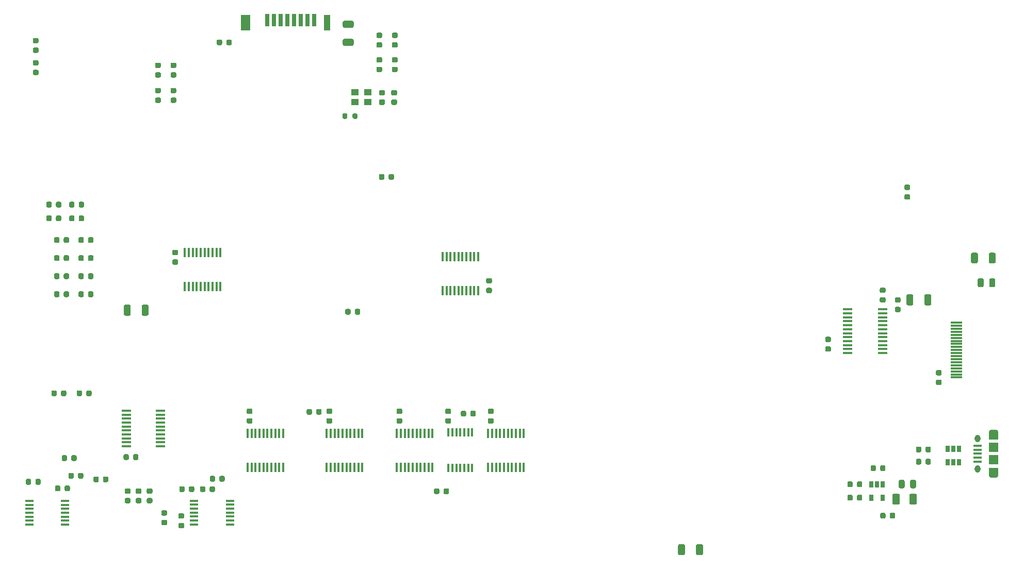
<source format=gbr>
G04 #@! TF.GenerationSoftware,KiCad,Pcbnew,5.1.9+dfsg1-1~bpo10+1*
G04 #@! TF.CreationDate,2023-03-23T15:40:10+01:00*
G04 #@! TF.ProjectId,nubus-to-ztex,6e756275-732d-4746-9f2d-7a7465782e6b,rev?*
G04 #@! TF.SameCoordinates,Original*
G04 #@! TF.FileFunction,Paste,Top*
G04 #@! TF.FilePolarity,Positive*
%FSLAX46Y46*%
G04 Gerber Fmt 4.6, Leading zero omitted, Abs format (unit mm)*
G04 Created by KiCad (PCBNEW 5.1.9+dfsg1-1~bpo10+1) date 2023-03-23 15:40:10*
%MOMM*%
%LPD*%
G01*
G04 APERTURE LIST*
%ADD10R,0.650000X1.060000*%
%ADD11O,0.950000X1.250000*%
%ADD12R,1.550000X1.200000*%
%ADD13O,1.550000X0.890000*%
%ADD14R,1.550000X1.500000*%
%ADD15R,1.350000X0.400000*%
%ADD16R,1.500000X2.600000*%
%ADD17R,1.000000X2.600000*%
%ADD18R,0.700000X2.000000*%
%ADD19R,1.300000X1.100000*%
%ADD20R,1.550000X0.450000*%
%ADD21R,0.450000X1.550000*%
%ADD22R,0.450000X1.450000*%
%ADD23R,1.450000X0.450000*%
%ADD24R,1.570000X0.410000*%
%ADD25R,1.900000X0.300000*%
G04 APERTURE END LIST*
D10*
X265400000Y-80495000D03*
X266350000Y-80495000D03*
X264450000Y-80495000D03*
X264450000Y-78295000D03*
X265400000Y-78295000D03*
X266350000Y-78295000D03*
G36*
G01*
X223175000Y-95500001D02*
X223175000Y-94199999D01*
G75*
G02*
X223424999Y-93950000I249999J0D01*
G01*
X224075001Y-93950000D01*
G75*
G02*
X224325000Y-94199999I0J-249999D01*
G01*
X224325000Y-95500001D01*
G75*
G02*
X224075001Y-95750000I-249999J0D01*
G01*
X223424999Y-95750000D01*
G75*
G02*
X223175000Y-95500001I0J249999D01*
G01*
G37*
G36*
G01*
X220225000Y-95500001D02*
X220225000Y-94199999D01*
G75*
G02*
X220474999Y-93950000I249999J0D01*
G01*
X221125001Y-93950000D01*
G75*
G02*
X221375000Y-94199999I0J-249999D01*
G01*
X221375000Y-95500001D01*
G75*
G02*
X221125001Y-95750000I-249999J0D01*
G01*
X220474999Y-95750000D01*
G75*
G02*
X220225000Y-95500001I0J249999D01*
G01*
G37*
G36*
G01*
X258850000Y-53159999D02*
X258850000Y-54460001D01*
G75*
G02*
X258600001Y-54710000I-249999J0D01*
G01*
X257949999Y-54710000D01*
G75*
G02*
X257700000Y-54460001I0J249999D01*
G01*
X257700000Y-53159999D01*
G75*
G02*
X257949999Y-52910000I249999J0D01*
G01*
X258600001Y-52910000D01*
G75*
G02*
X258850000Y-53159999I0J-249999D01*
G01*
G37*
G36*
G01*
X261800000Y-53159999D02*
X261800000Y-54460001D01*
G75*
G02*
X261550001Y-54710000I-249999J0D01*
G01*
X260899999Y-54710000D01*
G75*
G02*
X260650000Y-54460001I0J249999D01*
G01*
X260650000Y-53159999D01*
G75*
G02*
X260899999Y-52910000I249999J0D01*
G01*
X261550001Y-52910000D01*
G75*
G02*
X261800000Y-53159999I0J-249999D01*
G01*
G37*
G36*
G01*
X166750001Y-9115000D02*
X165449999Y-9115000D01*
G75*
G02*
X165200000Y-8865001I0J249999D01*
G01*
X165200000Y-8214999D01*
G75*
G02*
X165449999Y-7965000I249999J0D01*
G01*
X166750001Y-7965000D01*
G75*
G02*
X167000000Y-8214999I0J-249999D01*
G01*
X167000000Y-8865001D01*
G75*
G02*
X166750001Y-9115000I-249999J0D01*
G01*
G37*
G36*
G01*
X166750001Y-12065000D02*
X165449999Y-12065000D01*
G75*
G02*
X165200000Y-11815001I0J249999D01*
G01*
X165200000Y-11164999D01*
G75*
G02*
X165449999Y-10915000I249999J0D01*
G01*
X166750001Y-10915000D01*
G75*
G02*
X167000000Y-11164999I0J-249999D01*
G01*
X167000000Y-11815001D01*
G75*
G02*
X166750001Y-12065000I-249999J0D01*
G01*
G37*
G36*
G01*
X132200000Y-56150001D02*
X132200000Y-54849999D01*
G75*
G02*
X132449999Y-54600000I249999J0D01*
G01*
X133100001Y-54600000D01*
G75*
G02*
X133350000Y-54849999I0J-249999D01*
G01*
X133350000Y-56150001D01*
G75*
G02*
X133100001Y-56400000I-249999J0D01*
G01*
X132449999Y-56400000D01*
G75*
G02*
X132200000Y-56150001I0J249999D01*
G01*
G37*
G36*
G01*
X129250000Y-56150001D02*
X129250000Y-54849999D01*
G75*
G02*
X129499999Y-54600000I249999J0D01*
G01*
X130150001Y-54600000D01*
G75*
G02*
X130400000Y-54849999I0J-249999D01*
G01*
X130400000Y-56150001D01*
G75*
G02*
X130150001Y-56400000I-249999J0D01*
G01*
X129499999Y-56400000D01*
G75*
G02*
X129250000Y-56150001I0J249999D01*
G01*
G37*
D11*
X269350000Y-76570000D03*
X269350000Y-81570000D03*
D12*
X272050000Y-76170000D03*
X272050000Y-81970000D03*
D13*
X272050000Y-75570000D03*
D14*
X272050000Y-78070000D03*
X272050000Y-80070000D03*
D13*
X272050000Y-82570000D03*
D15*
X269350000Y-77770000D03*
X269350000Y-78420000D03*
X269350000Y-79070000D03*
X269350000Y-79720000D03*
X269350000Y-80370000D03*
D16*
X149250000Y-8300000D03*
D17*
X162600000Y-8300000D03*
D18*
X152800000Y-7800000D03*
X153900000Y-7800000D03*
X155000000Y-7800000D03*
X156100000Y-7800000D03*
X157200000Y-7800000D03*
X158300000Y-7800000D03*
X159400000Y-7800000D03*
X160500000Y-7800000D03*
D19*
X169310000Y-21325000D03*
X167210000Y-21325000D03*
X167210000Y-19675000D03*
X169310000Y-19675000D03*
G36*
G01*
X118130000Y-38414584D02*
X118130000Y-37902084D01*
G75*
G02*
X118348750Y-37683334I218750J0D01*
G01*
X118786250Y-37683334D01*
G75*
G02*
X119005000Y-37902084I0J-218750D01*
G01*
X119005000Y-38414584D01*
G75*
G02*
X118786250Y-38633334I-218750J0D01*
G01*
X118348750Y-38633334D01*
G75*
G02*
X118130000Y-38414584I0J218750D01*
G01*
G37*
G36*
G01*
X116555000Y-38414584D02*
X116555000Y-37902084D01*
G75*
G02*
X116773750Y-37683334I218750J0D01*
G01*
X117211250Y-37683334D01*
G75*
G02*
X117430000Y-37902084I0J-218750D01*
G01*
X117430000Y-38414584D01*
G75*
G02*
X117211250Y-38633334I-218750J0D01*
G01*
X116773750Y-38633334D01*
G75*
G02*
X116555000Y-38414584I0J218750D01*
G01*
G37*
G36*
G01*
X118130000Y-40666250D02*
X118130000Y-40153750D01*
G75*
G02*
X118348750Y-39935000I218750J0D01*
G01*
X118786250Y-39935000D01*
G75*
G02*
X119005000Y-40153750I0J-218750D01*
G01*
X119005000Y-40666250D01*
G75*
G02*
X118786250Y-40885000I-218750J0D01*
G01*
X118348750Y-40885000D01*
G75*
G02*
X118130000Y-40666250I0J218750D01*
G01*
G37*
G36*
G01*
X116555000Y-40666250D02*
X116555000Y-40153750D01*
G75*
G02*
X116773750Y-39935000I218750J0D01*
G01*
X117211250Y-39935000D01*
G75*
G02*
X117430000Y-40153750I0J-218750D01*
G01*
X117430000Y-40666250D01*
G75*
G02*
X117211250Y-40885000I-218750J0D01*
G01*
X116773750Y-40885000D01*
G75*
G02*
X116555000Y-40666250I0J218750D01*
G01*
G37*
G36*
G01*
X122702634Y-43720792D02*
X122702634Y-44233292D01*
G75*
G02*
X122483884Y-44452042I-218750J0D01*
G01*
X122046384Y-44452042D01*
G75*
G02*
X121827634Y-44233292I0J218750D01*
G01*
X121827634Y-43720792D01*
G75*
G02*
X122046384Y-43502042I218750J0D01*
G01*
X122483884Y-43502042D01*
G75*
G02*
X122702634Y-43720792I0J-218750D01*
G01*
G37*
G36*
G01*
X124277634Y-43720792D02*
X124277634Y-44233292D01*
G75*
G02*
X124058884Y-44452042I-218750J0D01*
G01*
X123621384Y-44452042D01*
G75*
G02*
X123402634Y-44233292I0J218750D01*
G01*
X123402634Y-43720792D01*
G75*
G02*
X123621384Y-43502042I218750J0D01*
G01*
X124058884Y-43502042D01*
G75*
G02*
X124277634Y-43720792I0J-218750D01*
G01*
G37*
G36*
G01*
X122702634Y-46687458D02*
X122702634Y-47199958D01*
G75*
G02*
X122483884Y-47418708I-218750J0D01*
G01*
X122046384Y-47418708D01*
G75*
G02*
X121827634Y-47199958I0J218750D01*
G01*
X121827634Y-46687458D01*
G75*
G02*
X122046384Y-46468708I218750J0D01*
G01*
X122483884Y-46468708D01*
G75*
G02*
X122702634Y-46687458I0J-218750D01*
G01*
G37*
G36*
G01*
X124277634Y-46687458D02*
X124277634Y-47199958D01*
G75*
G02*
X124058884Y-47418708I-218750J0D01*
G01*
X123621384Y-47418708D01*
G75*
G02*
X123402634Y-47199958I0J218750D01*
G01*
X123402634Y-46687458D01*
G75*
G02*
X123621384Y-46468708I218750J0D01*
G01*
X124058884Y-46468708D01*
G75*
G02*
X124277634Y-46687458I0J-218750D01*
G01*
G37*
G36*
G01*
X122702634Y-49654124D02*
X122702634Y-50166624D01*
G75*
G02*
X122483884Y-50385374I-218750J0D01*
G01*
X122046384Y-50385374D01*
G75*
G02*
X121827634Y-50166624I0J218750D01*
G01*
X121827634Y-49654124D01*
G75*
G02*
X122046384Y-49435374I218750J0D01*
G01*
X122483884Y-49435374D01*
G75*
G02*
X122702634Y-49654124I0J-218750D01*
G01*
G37*
G36*
G01*
X124277634Y-49654124D02*
X124277634Y-50166624D01*
G75*
G02*
X124058884Y-50385374I-218750J0D01*
G01*
X123621384Y-50385374D01*
G75*
G02*
X123402634Y-50166624I0J218750D01*
G01*
X123402634Y-49654124D01*
G75*
G02*
X123621384Y-49435374I218750J0D01*
G01*
X124058884Y-49435374D01*
G75*
G02*
X124277634Y-49654124I0J-218750D01*
G01*
G37*
G36*
G01*
X122702634Y-52620792D02*
X122702634Y-53133292D01*
G75*
G02*
X122483884Y-53352042I-218750J0D01*
G01*
X122046384Y-53352042D01*
G75*
G02*
X121827634Y-53133292I0J218750D01*
G01*
X121827634Y-52620792D01*
G75*
G02*
X122046384Y-52402042I218750J0D01*
G01*
X122483884Y-52402042D01*
G75*
G02*
X122702634Y-52620792I0J-218750D01*
G01*
G37*
G36*
G01*
X124277634Y-52620792D02*
X124277634Y-53133292D01*
G75*
G02*
X124058884Y-53352042I-218750J0D01*
G01*
X123621384Y-53352042D01*
G75*
G02*
X123402634Y-53133292I0J218750D01*
G01*
X123402634Y-52620792D01*
G75*
G02*
X123621384Y-52402042I218750J0D01*
G01*
X124058884Y-52402042D01*
G75*
G02*
X124277634Y-52620792I0J-218750D01*
G01*
G37*
G36*
G01*
X170947939Y-11481035D02*
X171460439Y-11481035D01*
G75*
G02*
X171679189Y-11699785I0J-218750D01*
G01*
X171679189Y-12137285D01*
G75*
G02*
X171460439Y-12356035I-218750J0D01*
G01*
X170947939Y-12356035D01*
G75*
G02*
X170729189Y-12137285I0J218750D01*
G01*
X170729189Y-11699785D01*
G75*
G02*
X170947939Y-11481035I218750J0D01*
G01*
G37*
G36*
G01*
X170947939Y-9906035D02*
X171460439Y-9906035D01*
G75*
G02*
X171679189Y-10124785I0J-218750D01*
G01*
X171679189Y-10562285D01*
G75*
G02*
X171460439Y-10781035I-218750J0D01*
G01*
X170947939Y-10781035D01*
G75*
G02*
X170729189Y-10562285I0J218750D01*
G01*
X170729189Y-10124785D01*
G75*
G02*
X170947939Y-9906035I218750J0D01*
G01*
G37*
G36*
G01*
X173487939Y-11481035D02*
X174000439Y-11481035D01*
G75*
G02*
X174219189Y-11699785I0J-218750D01*
G01*
X174219189Y-12137285D01*
G75*
G02*
X174000439Y-12356035I-218750J0D01*
G01*
X173487939Y-12356035D01*
G75*
G02*
X173269189Y-12137285I0J218750D01*
G01*
X173269189Y-11699785D01*
G75*
G02*
X173487939Y-11481035I218750J0D01*
G01*
G37*
G36*
G01*
X173487939Y-9906035D02*
X174000439Y-9906035D01*
G75*
G02*
X174219189Y-10124785I0J-218750D01*
G01*
X174219189Y-10562285D01*
G75*
G02*
X174000439Y-10781035I-218750J0D01*
G01*
X173487939Y-10781035D01*
G75*
G02*
X173269189Y-10562285I0J218750D01*
G01*
X173269189Y-10124785D01*
G75*
G02*
X173487939Y-9906035I218750J0D01*
G01*
G37*
G36*
G01*
X122410000Y-68893750D02*
X122410000Y-69406250D01*
G75*
G02*
X122191250Y-69625000I-218750J0D01*
G01*
X121753750Y-69625000D01*
G75*
G02*
X121535000Y-69406250I0J218750D01*
G01*
X121535000Y-68893750D01*
G75*
G02*
X121753750Y-68675000I218750J0D01*
G01*
X122191250Y-68675000D01*
G75*
G02*
X122410000Y-68893750I0J-218750D01*
G01*
G37*
G36*
G01*
X123985000Y-68893750D02*
X123985000Y-69406250D01*
G75*
G02*
X123766250Y-69625000I-218750J0D01*
G01*
X123328750Y-69625000D01*
G75*
G02*
X123110000Y-69406250I0J218750D01*
G01*
X123110000Y-68893750D01*
G75*
G02*
X123328750Y-68675000I218750J0D01*
G01*
X123766250Y-68675000D01*
G75*
G02*
X123985000Y-68893750I0J-218750D01*
G01*
G37*
G36*
G01*
X137666250Y-19860293D02*
X137153750Y-19860293D01*
G75*
G02*
X136935000Y-19641543I0J218750D01*
G01*
X136935000Y-19204043D01*
G75*
G02*
X137153750Y-18985293I218750J0D01*
G01*
X137666250Y-18985293D01*
G75*
G02*
X137885000Y-19204043I0J-218750D01*
G01*
X137885000Y-19641543D01*
G75*
G02*
X137666250Y-19860293I-218750J0D01*
G01*
G37*
G36*
G01*
X137666250Y-21435293D02*
X137153750Y-21435293D01*
G75*
G02*
X136935000Y-21216543I0J218750D01*
G01*
X136935000Y-20779043D01*
G75*
G02*
X137153750Y-20560293I218750J0D01*
G01*
X137666250Y-20560293D01*
G75*
G02*
X137885000Y-20779043I0J-218750D01*
G01*
X137885000Y-21216543D01*
G75*
G02*
X137666250Y-21435293I-218750J0D01*
G01*
G37*
G36*
G01*
X135136250Y-19860293D02*
X134623750Y-19860293D01*
G75*
G02*
X134405000Y-19641543I0J218750D01*
G01*
X134405000Y-19204043D01*
G75*
G02*
X134623750Y-18985293I218750J0D01*
G01*
X135136250Y-18985293D01*
G75*
G02*
X135355000Y-19204043I0J-218750D01*
G01*
X135355000Y-19641543D01*
G75*
G02*
X135136250Y-19860293I-218750J0D01*
G01*
G37*
G36*
G01*
X135136250Y-21435293D02*
X134623750Y-21435293D01*
G75*
G02*
X134405000Y-21216543I0J218750D01*
G01*
X134405000Y-20779043D01*
G75*
G02*
X134623750Y-20560293I218750J0D01*
G01*
X135136250Y-20560293D01*
G75*
G02*
X135355000Y-20779043I0J-218750D01*
G01*
X135355000Y-21216543D01*
G75*
G02*
X135136250Y-21435293I-218750J0D01*
G01*
G37*
G36*
G01*
X115056250Y-15300000D02*
X114543750Y-15300000D01*
G75*
G02*
X114325000Y-15081250I0J218750D01*
G01*
X114325000Y-14643750D01*
G75*
G02*
X114543750Y-14425000I218750J0D01*
G01*
X115056250Y-14425000D01*
G75*
G02*
X115275000Y-14643750I0J-218750D01*
G01*
X115275000Y-15081250D01*
G75*
G02*
X115056250Y-15300000I-218750J0D01*
G01*
G37*
G36*
G01*
X115056250Y-16875000D02*
X114543750Y-16875000D01*
G75*
G02*
X114325000Y-16656250I0J218750D01*
G01*
X114325000Y-16218750D01*
G75*
G02*
X114543750Y-16000000I218750J0D01*
G01*
X115056250Y-16000000D01*
G75*
G02*
X115275000Y-16218750I0J-218750D01*
G01*
X115275000Y-16656250D01*
G75*
G02*
X115056250Y-16875000I-218750J0D01*
G01*
G37*
G36*
G01*
X269437500Y-46304997D02*
X269437500Y-47555003D01*
G75*
G02*
X269187503Y-47805000I-249997J0D01*
G01*
X268562497Y-47805000D01*
G75*
G02*
X268312500Y-47555003I0J249997D01*
G01*
X268312500Y-46304997D01*
G75*
G02*
X268562497Y-46055000I249997J0D01*
G01*
X269187503Y-46055000D01*
G75*
G02*
X269437500Y-46304997I0J-249997D01*
G01*
G37*
G36*
G01*
X272362500Y-46304997D02*
X272362500Y-47555003D01*
G75*
G02*
X272112503Y-47805000I-249997J0D01*
G01*
X271487497Y-47805000D01*
G75*
G02*
X271237500Y-47555003I0J249997D01*
G01*
X271237500Y-46304997D01*
G75*
G02*
X271487497Y-46055000I249997J0D01*
G01*
X272112503Y-46055000D01*
G75*
G02*
X272362500Y-46304997I0J-249997D01*
G01*
G37*
G36*
G01*
X166810000Y-23875000D02*
X166810000Y-23325000D01*
G75*
G02*
X167010000Y-23125000I200000J0D01*
G01*
X167410000Y-23125000D01*
G75*
G02*
X167610000Y-23325000I0J-200000D01*
G01*
X167610000Y-23875000D01*
G75*
G02*
X167410000Y-24075000I-200000J0D01*
G01*
X167010000Y-24075000D01*
G75*
G02*
X166810000Y-23875000I0J200000D01*
G01*
G37*
G36*
G01*
X165160000Y-23875000D02*
X165160000Y-23325000D01*
G75*
G02*
X165360000Y-23125000I200000J0D01*
G01*
X165760000Y-23125000D01*
G75*
G02*
X165960000Y-23325000I0J-200000D01*
G01*
X165960000Y-23875000D01*
G75*
G02*
X165760000Y-24075000I-200000J0D01*
G01*
X165360000Y-24075000D01*
G75*
G02*
X165160000Y-23875000I0J200000D01*
G01*
G37*
G36*
G01*
X171885000Y-20225000D02*
X171385000Y-20225000D01*
G75*
G02*
X171160000Y-20000000I0J225000D01*
G01*
X171160000Y-19550000D01*
G75*
G02*
X171385000Y-19325000I225000J0D01*
G01*
X171885000Y-19325000D01*
G75*
G02*
X172110000Y-19550000I0J-225000D01*
G01*
X172110000Y-20000000D01*
G75*
G02*
X171885000Y-20225000I-225000J0D01*
G01*
G37*
G36*
G01*
X171885000Y-21775000D02*
X171385000Y-21775000D01*
G75*
G02*
X171160000Y-21550000I0J225000D01*
G01*
X171160000Y-21100000D01*
G75*
G02*
X171385000Y-20875000I225000J0D01*
G01*
X171885000Y-20875000D01*
G75*
G02*
X172110000Y-21100000I0J-225000D01*
G01*
X172110000Y-21550000D01*
G75*
G02*
X171885000Y-21775000I-225000J0D01*
G01*
G37*
G36*
G01*
X173885000Y-20225000D02*
X173385000Y-20225000D01*
G75*
G02*
X173160000Y-20000000I0J225000D01*
G01*
X173160000Y-19550000D01*
G75*
G02*
X173385000Y-19325000I225000J0D01*
G01*
X173885000Y-19325000D01*
G75*
G02*
X174110000Y-19550000I0J-225000D01*
G01*
X174110000Y-20000000D01*
G75*
G02*
X173885000Y-20225000I-225000J0D01*
G01*
G37*
G36*
G01*
X173885000Y-21775000D02*
X173385000Y-21775000D01*
G75*
G02*
X173160000Y-21550000I0J225000D01*
G01*
X173160000Y-21100000D01*
G75*
G02*
X173385000Y-20875000I225000J0D01*
G01*
X173885000Y-20875000D01*
G75*
G02*
X174110000Y-21100000I0J-225000D01*
G01*
X174110000Y-21550000D01*
G75*
G02*
X173885000Y-21775000I-225000J0D01*
G01*
G37*
G36*
G01*
X270400000Y-50525000D02*
X270400000Y-51475000D01*
G75*
G02*
X270150000Y-51725000I-250000J0D01*
G01*
X269650000Y-51725000D01*
G75*
G02*
X269400000Y-51475000I0J250000D01*
G01*
X269400000Y-50525000D01*
G75*
G02*
X269650000Y-50275000I250000J0D01*
G01*
X270150000Y-50275000D01*
G75*
G02*
X270400000Y-50525000I0J-250000D01*
G01*
G37*
G36*
G01*
X272300000Y-50525000D02*
X272300000Y-51475000D01*
G75*
G02*
X272050000Y-51725000I-250000J0D01*
G01*
X271550000Y-51725000D01*
G75*
G02*
X271300000Y-51475000I0J250000D01*
G01*
X271300000Y-50525000D01*
G75*
G02*
X271550000Y-50275000I250000J0D01*
G01*
X272050000Y-50275000D01*
G75*
G02*
X272300000Y-50525000I0J-250000D01*
G01*
G37*
G36*
G01*
X129215000Y-79896250D02*
X129215000Y-79383750D01*
G75*
G02*
X129433750Y-79165000I218750J0D01*
G01*
X129871250Y-79165000D01*
G75*
G02*
X130090000Y-79383750I0J-218750D01*
G01*
X130090000Y-79896250D01*
G75*
G02*
X129871250Y-80115000I-218750J0D01*
G01*
X129433750Y-80115000D01*
G75*
G02*
X129215000Y-79896250I0J218750D01*
G01*
G37*
G36*
G01*
X130790000Y-79896250D02*
X130790000Y-79383750D01*
G75*
G02*
X131008750Y-79165000I218750J0D01*
G01*
X131446250Y-79165000D01*
G75*
G02*
X131665000Y-79383750I0J-218750D01*
G01*
X131665000Y-79896250D01*
G75*
G02*
X131446250Y-80115000I-218750J0D01*
G01*
X131008750Y-80115000D01*
G75*
G02*
X130790000Y-79896250I0J218750D01*
G01*
G37*
D20*
X135250000Y-77865000D03*
X135250000Y-77215000D03*
X135250000Y-76565000D03*
X135250000Y-75915000D03*
X135250000Y-75265000D03*
X135250000Y-74615000D03*
X135250000Y-73965000D03*
X135250000Y-73315000D03*
X135250000Y-72665000D03*
X135250000Y-72015000D03*
X129650000Y-72015000D03*
X129650000Y-72665000D03*
X129650000Y-73315000D03*
X129650000Y-73965000D03*
X129650000Y-74615000D03*
X129650000Y-75265000D03*
X129650000Y-75915000D03*
X129650000Y-76565000D03*
X129650000Y-77215000D03*
X129650000Y-77865000D03*
G36*
G01*
X189467621Y-52687953D02*
X188955121Y-52687953D01*
G75*
G02*
X188736371Y-52469203I0J218750D01*
G01*
X188736371Y-52031703D01*
G75*
G02*
X188955121Y-51812953I218750J0D01*
G01*
X189467621Y-51812953D01*
G75*
G02*
X189686371Y-52031703I0J-218750D01*
G01*
X189686371Y-52469203D01*
G75*
G02*
X189467621Y-52687953I-218750J0D01*
G01*
G37*
G36*
G01*
X189467621Y-51112953D02*
X188955121Y-51112953D01*
G75*
G02*
X188736371Y-50894203I0J218750D01*
G01*
X188736371Y-50456703D01*
G75*
G02*
X188955121Y-50237953I218750J0D01*
G01*
X189467621Y-50237953D01*
G75*
G02*
X189686371Y-50456703I0J-218750D01*
G01*
X189686371Y-50894203D01*
G75*
G02*
X189467621Y-51112953I-218750J0D01*
G01*
G37*
D21*
X187436371Y-46662953D03*
X186786371Y-46662953D03*
X186136371Y-46662953D03*
X185486371Y-46662953D03*
X184836371Y-46662953D03*
X184186371Y-46662953D03*
X183536371Y-46662953D03*
X182886371Y-46662953D03*
X182236371Y-46662953D03*
X181586371Y-46662953D03*
X181586371Y-52262953D03*
X182236371Y-52262953D03*
X182886371Y-52262953D03*
X183536371Y-52262953D03*
X184186371Y-52262953D03*
X184836371Y-52262953D03*
X185486371Y-52262953D03*
X186136371Y-52262953D03*
X186786371Y-52262953D03*
X187436371Y-52262953D03*
G36*
G01*
X258106250Y-37327500D02*
X257593750Y-37327500D01*
G75*
G02*
X257375000Y-37108750I0J218750D01*
G01*
X257375000Y-36671250D01*
G75*
G02*
X257593750Y-36452500I218750J0D01*
G01*
X258106250Y-36452500D01*
G75*
G02*
X258325000Y-36671250I0J-218750D01*
G01*
X258325000Y-37108750D01*
G75*
G02*
X258106250Y-37327500I-218750J0D01*
G01*
G37*
G36*
G01*
X258106250Y-35752500D02*
X257593750Y-35752500D01*
G75*
G02*
X257375000Y-35533750I0J218750D01*
G01*
X257375000Y-35096250D01*
G75*
G02*
X257593750Y-34877500I218750J0D01*
G01*
X258106250Y-34877500D01*
G75*
G02*
X258325000Y-35096250I0J-218750D01*
G01*
X258325000Y-35533750D01*
G75*
G02*
X258106250Y-35752500I-218750J0D01*
G01*
G37*
G36*
G01*
X134623750Y-14835293D02*
X135136250Y-14835293D01*
G75*
G02*
X135355000Y-15054043I0J-218750D01*
G01*
X135355000Y-15491543D01*
G75*
G02*
X135136250Y-15710293I-218750J0D01*
G01*
X134623750Y-15710293D01*
G75*
G02*
X134405000Y-15491543I0J218750D01*
G01*
X134405000Y-15054043D01*
G75*
G02*
X134623750Y-14835293I218750J0D01*
G01*
G37*
G36*
G01*
X134623750Y-16410293D02*
X135136250Y-16410293D01*
G75*
G02*
X135355000Y-16629043I0J-218750D01*
G01*
X135355000Y-17066543D01*
G75*
G02*
X135136250Y-17285293I-218750J0D01*
G01*
X134623750Y-17285293D01*
G75*
G02*
X134405000Y-17066543I0J218750D01*
G01*
X134405000Y-16629043D01*
G75*
G02*
X134623750Y-16410293I218750J0D01*
G01*
G37*
G36*
G01*
X137163750Y-16410293D02*
X137676250Y-16410293D01*
G75*
G02*
X137895000Y-16629043I0J-218750D01*
G01*
X137895000Y-17066543D01*
G75*
G02*
X137676250Y-17285293I-218750J0D01*
G01*
X137163750Y-17285293D01*
G75*
G02*
X136945000Y-17066543I0J218750D01*
G01*
X136945000Y-16629043D01*
G75*
G02*
X137163750Y-16410293I218750J0D01*
G01*
G37*
G36*
G01*
X137163750Y-14835293D02*
X137676250Y-14835293D01*
G75*
G02*
X137895000Y-15054043I0J-218750D01*
G01*
X137895000Y-15491543D01*
G75*
G02*
X137676250Y-15710293I-218750J0D01*
G01*
X137163750Y-15710293D01*
G75*
G02*
X136945000Y-15491543I0J218750D01*
G01*
X136945000Y-15054043D01*
G75*
G02*
X137163750Y-14835293I218750J0D01*
G01*
G37*
G36*
G01*
X117385000Y-69406250D02*
X117385000Y-68893750D01*
G75*
G02*
X117603750Y-68675000I218750J0D01*
G01*
X118041250Y-68675000D01*
G75*
G02*
X118260000Y-68893750I0J-218750D01*
G01*
X118260000Y-69406250D01*
G75*
G02*
X118041250Y-69625000I-218750J0D01*
G01*
X117603750Y-69625000D01*
G75*
G02*
X117385000Y-69406250I0J218750D01*
G01*
G37*
G36*
G01*
X118960000Y-69406250D02*
X118960000Y-68893750D01*
G75*
G02*
X119178750Y-68675000I218750J0D01*
G01*
X119616250Y-68675000D01*
G75*
G02*
X119835000Y-68893750I0J-218750D01*
G01*
X119835000Y-69406250D01*
G75*
G02*
X119616250Y-69625000I-218750J0D01*
G01*
X119178750Y-69625000D01*
G75*
G02*
X118960000Y-69406250I0J218750D01*
G01*
G37*
G36*
G01*
X174000439Y-14811035D02*
X173487939Y-14811035D01*
G75*
G02*
X173269189Y-14592285I0J218750D01*
G01*
X173269189Y-14154785D01*
G75*
G02*
X173487939Y-13936035I218750J0D01*
G01*
X174000439Y-13936035D01*
G75*
G02*
X174219189Y-14154785I0J-218750D01*
G01*
X174219189Y-14592285D01*
G75*
G02*
X174000439Y-14811035I-218750J0D01*
G01*
G37*
G36*
G01*
X174000439Y-16386035D02*
X173487939Y-16386035D01*
G75*
G02*
X173269189Y-16167285I0J218750D01*
G01*
X173269189Y-15729785D01*
G75*
G02*
X173487939Y-15511035I218750J0D01*
G01*
X174000439Y-15511035D01*
G75*
G02*
X174219189Y-15729785I0J-218750D01*
G01*
X174219189Y-16167285D01*
G75*
G02*
X174000439Y-16386035I-218750J0D01*
G01*
G37*
G36*
G01*
X171460439Y-16386035D02*
X170947939Y-16386035D01*
G75*
G02*
X170729189Y-16167285I0J218750D01*
G01*
X170729189Y-15729785D01*
G75*
G02*
X170947939Y-15511035I218750J0D01*
G01*
X171460439Y-15511035D01*
G75*
G02*
X171679189Y-15729785I0J-218750D01*
G01*
X171679189Y-16167285D01*
G75*
G02*
X171460439Y-16386035I-218750J0D01*
G01*
G37*
G36*
G01*
X171460439Y-14811035D02*
X170947939Y-14811035D01*
G75*
G02*
X170729189Y-14592285I0J218750D01*
G01*
X170729189Y-14154785D01*
G75*
G02*
X170947939Y-13936035I218750J0D01*
G01*
X171460439Y-13936035D01*
G75*
G02*
X171679189Y-14154785I0J-218750D01*
G01*
X171679189Y-14592285D01*
G75*
G02*
X171460439Y-14811035I-218750J0D01*
G01*
G37*
X139275000Y-51600000D03*
X139925000Y-51600000D03*
X140575000Y-51600000D03*
X141225000Y-51600000D03*
X141875000Y-51600000D03*
X142525000Y-51600000D03*
X143175000Y-51600000D03*
X143825000Y-51600000D03*
X144475000Y-51600000D03*
X145125000Y-51600000D03*
X145125000Y-46000000D03*
X144475000Y-46000000D03*
X143825000Y-46000000D03*
X143175000Y-46000000D03*
X142525000Y-46000000D03*
X141875000Y-46000000D03*
X141225000Y-46000000D03*
X140575000Y-46000000D03*
X139925000Y-46000000D03*
X139275000Y-46000000D03*
G36*
G01*
X146975000Y-11243750D02*
X146975000Y-11756250D01*
G75*
G02*
X146756250Y-11975000I-218750J0D01*
G01*
X146318750Y-11975000D01*
G75*
G02*
X146100000Y-11756250I0J218750D01*
G01*
X146100000Y-11243750D01*
G75*
G02*
X146318750Y-11025000I218750J0D01*
G01*
X146756250Y-11025000D01*
G75*
G02*
X146975000Y-11243750I0J-218750D01*
G01*
G37*
G36*
G01*
X145400000Y-11243750D02*
X145400000Y-11756250D01*
G75*
G02*
X145181250Y-11975000I-218750J0D01*
G01*
X144743750Y-11975000D01*
G75*
G02*
X144525000Y-11756250I0J218750D01*
G01*
X144525000Y-11243750D01*
G75*
G02*
X144743750Y-11025000I218750J0D01*
G01*
X145181250Y-11025000D01*
G75*
G02*
X145400000Y-11243750I0J-218750D01*
G01*
G37*
G36*
G01*
X137443750Y-45575000D02*
X137956250Y-45575000D01*
G75*
G02*
X138175000Y-45793750I0J-218750D01*
G01*
X138175000Y-46231250D01*
G75*
G02*
X137956250Y-46450000I-218750J0D01*
G01*
X137443750Y-46450000D01*
G75*
G02*
X137225000Y-46231250I0J218750D01*
G01*
X137225000Y-45793750D01*
G75*
G02*
X137443750Y-45575000I218750J0D01*
G01*
G37*
G36*
G01*
X137443750Y-47150000D02*
X137956250Y-47150000D01*
G75*
G02*
X138175000Y-47368750I0J-218750D01*
G01*
X138175000Y-47806250D01*
G75*
G02*
X137956250Y-48025000I-218750J0D01*
G01*
X137443750Y-48025000D01*
G75*
G02*
X137225000Y-47806250I0J218750D01*
G01*
X137225000Y-47368750D01*
G75*
G02*
X137443750Y-47150000I218750J0D01*
G01*
G37*
G36*
G01*
X114050000Y-83443750D02*
X114050000Y-83956250D01*
G75*
G02*
X113831250Y-84175000I-218750J0D01*
G01*
X113393750Y-84175000D01*
G75*
G02*
X113175000Y-83956250I0J218750D01*
G01*
X113175000Y-83443750D01*
G75*
G02*
X113393750Y-83225000I218750J0D01*
G01*
X113831250Y-83225000D01*
G75*
G02*
X114050000Y-83443750I0J-218750D01*
G01*
G37*
G36*
G01*
X115625000Y-83443750D02*
X115625000Y-83956250D01*
G75*
G02*
X115406250Y-84175000I-218750J0D01*
G01*
X114968750Y-84175000D01*
G75*
G02*
X114750000Y-83956250I0J218750D01*
G01*
X114750000Y-83443750D01*
G75*
G02*
X114968750Y-83225000I218750J0D01*
G01*
X115406250Y-83225000D01*
G75*
G02*
X115625000Y-83443750I0J-218750D01*
G01*
G37*
G36*
G01*
X119075000Y-80056250D02*
X119075000Y-79543750D01*
G75*
G02*
X119293750Y-79325000I218750J0D01*
G01*
X119731250Y-79325000D01*
G75*
G02*
X119950000Y-79543750I0J-218750D01*
G01*
X119950000Y-80056250D01*
G75*
G02*
X119731250Y-80275000I-218750J0D01*
G01*
X119293750Y-80275000D01*
G75*
G02*
X119075000Y-80056250I0J218750D01*
G01*
G37*
G36*
G01*
X120650000Y-80056250D02*
X120650000Y-79543750D01*
G75*
G02*
X120868750Y-79325000I218750J0D01*
G01*
X121306250Y-79325000D01*
G75*
G02*
X121525000Y-79543750I0J-218750D01*
G01*
X121525000Y-80056250D01*
G75*
G02*
X121306250Y-80275000I-218750J0D01*
G01*
X120868750Y-80275000D01*
G75*
G02*
X120650000Y-80056250I0J218750D01*
G01*
G37*
G36*
G01*
X125150000Y-83043750D02*
X125150000Y-83556250D01*
G75*
G02*
X124931250Y-83775000I-218750J0D01*
G01*
X124493750Y-83775000D01*
G75*
G02*
X124275000Y-83556250I0J218750D01*
G01*
X124275000Y-83043750D01*
G75*
G02*
X124493750Y-82825000I218750J0D01*
G01*
X124931250Y-82825000D01*
G75*
G02*
X125150000Y-83043750I0J-218750D01*
G01*
G37*
G36*
G01*
X126725000Y-83043750D02*
X126725000Y-83556250D01*
G75*
G02*
X126506250Y-83775000I-218750J0D01*
G01*
X126068750Y-83775000D01*
G75*
G02*
X125850000Y-83556250I0J218750D01*
G01*
X125850000Y-83043750D01*
G75*
G02*
X126068750Y-82825000I218750J0D01*
G01*
X126506250Y-82825000D01*
G75*
G02*
X126725000Y-83043750I0J-218750D01*
G01*
G37*
G36*
G01*
X120175000Y-82956250D02*
X120175000Y-82443750D01*
G75*
G02*
X120393750Y-82225000I218750J0D01*
G01*
X120831250Y-82225000D01*
G75*
G02*
X121050000Y-82443750I0J-218750D01*
G01*
X121050000Y-82956250D01*
G75*
G02*
X120831250Y-83175000I-218750J0D01*
G01*
X120393750Y-83175000D01*
G75*
G02*
X120175000Y-82956250I0J218750D01*
G01*
G37*
G36*
G01*
X121750000Y-82956250D02*
X121750000Y-82443750D01*
G75*
G02*
X121968750Y-82225000I218750J0D01*
G01*
X122406250Y-82225000D01*
G75*
G02*
X122625000Y-82443750I0J-218750D01*
G01*
X122625000Y-82956250D01*
G75*
G02*
X122406250Y-83175000I-218750J0D01*
G01*
X121968750Y-83175000D01*
G75*
G02*
X121750000Y-82956250I0J218750D01*
G01*
G37*
G36*
G01*
X181762661Y-85511747D02*
X181762661Y-84999247D01*
G75*
G02*
X181981411Y-84780497I218750J0D01*
G01*
X182418911Y-84780497D01*
G75*
G02*
X182637661Y-84999247I0J-218750D01*
G01*
X182637661Y-85511747D01*
G75*
G02*
X182418911Y-85730497I-218750J0D01*
G01*
X181981411Y-85730497D01*
G75*
G02*
X181762661Y-85511747I0J218750D01*
G01*
G37*
G36*
G01*
X180187661Y-85511747D02*
X180187661Y-84999247D01*
G75*
G02*
X180406411Y-84780497I218750J0D01*
G01*
X180843911Y-84780497D01*
G75*
G02*
X181062661Y-84999247I0J-218750D01*
G01*
X181062661Y-85511747D01*
G75*
G02*
X180843911Y-85730497I-218750J0D01*
G01*
X180406411Y-85730497D01*
G75*
G02*
X180187661Y-85511747I0J218750D01*
G01*
G37*
G36*
G01*
X187025000Y-72243750D02*
X187025000Y-72756250D01*
G75*
G02*
X186806250Y-72975000I-218750J0D01*
G01*
X186368750Y-72975000D01*
G75*
G02*
X186150000Y-72756250I0J218750D01*
G01*
X186150000Y-72243750D01*
G75*
G02*
X186368750Y-72025000I218750J0D01*
G01*
X186806250Y-72025000D01*
G75*
G02*
X187025000Y-72243750I0J-218750D01*
G01*
G37*
G36*
G01*
X185450000Y-72243750D02*
X185450000Y-72756250D01*
G75*
G02*
X185231250Y-72975000I-218750J0D01*
G01*
X184793750Y-72975000D01*
G75*
G02*
X184575000Y-72756250I0J218750D01*
G01*
X184575000Y-72243750D01*
G75*
G02*
X184793750Y-72025000I218750J0D01*
G01*
X185231250Y-72025000D01*
G75*
G02*
X185450000Y-72243750I0J-218750D01*
G01*
G37*
G36*
G01*
X142650000Y-84643750D02*
X142650000Y-85156250D01*
G75*
G02*
X142431250Y-85375000I-218750J0D01*
G01*
X141993750Y-85375000D01*
G75*
G02*
X141775000Y-85156250I0J218750D01*
G01*
X141775000Y-84643750D01*
G75*
G02*
X141993750Y-84425000I218750J0D01*
G01*
X142431250Y-84425000D01*
G75*
G02*
X142650000Y-84643750I0J-218750D01*
G01*
G37*
G36*
G01*
X144225000Y-84643750D02*
X144225000Y-85156250D01*
G75*
G02*
X144006250Y-85375000I-218750J0D01*
G01*
X143568750Y-85375000D01*
G75*
G02*
X143350000Y-85156250I0J218750D01*
G01*
X143350000Y-84643750D01*
G75*
G02*
X143568750Y-84425000I218750J0D01*
G01*
X144006250Y-84425000D01*
G75*
G02*
X144225000Y-84643750I0J-218750D01*
G01*
G37*
G36*
G01*
X143375000Y-83456250D02*
X143375000Y-82943750D01*
G75*
G02*
X143593750Y-82725000I218750J0D01*
G01*
X144031250Y-82725000D01*
G75*
G02*
X144250000Y-82943750I0J-218750D01*
G01*
X144250000Y-83456250D01*
G75*
G02*
X144031250Y-83675000I-218750J0D01*
G01*
X143593750Y-83675000D01*
G75*
G02*
X143375000Y-83456250I0J218750D01*
G01*
G37*
G36*
G01*
X144950000Y-83456250D02*
X144950000Y-82943750D01*
G75*
G02*
X145168750Y-82725000I218750J0D01*
G01*
X145606250Y-82725000D01*
G75*
G02*
X145825000Y-82943750I0J-218750D01*
G01*
X145825000Y-83456250D01*
G75*
G02*
X145606250Y-83675000I-218750J0D01*
G01*
X145168750Y-83675000D01*
G75*
G02*
X144950000Y-83456250I0J218750D01*
G01*
G37*
G36*
G01*
X136156250Y-89250000D02*
X135643750Y-89250000D01*
G75*
G02*
X135425000Y-89031250I0J218750D01*
G01*
X135425000Y-88593750D01*
G75*
G02*
X135643750Y-88375000I218750J0D01*
G01*
X136156250Y-88375000D01*
G75*
G02*
X136375000Y-88593750I0J-218750D01*
G01*
X136375000Y-89031250D01*
G75*
G02*
X136156250Y-89250000I-218750J0D01*
G01*
G37*
G36*
G01*
X136156250Y-90825000D02*
X135643750Y-90825000D01*
G75*
G02*
X135425000Y-90606250I0J218750D01*
G01*
X135425000Y-90168750D01*
G75*
G02*
X135643750Y-89950000I218750J0D01*
G01*
X136156250Y-89950000D01*
G75*
G02*
X136375000Y-90168750I0J-218750D01*
G01*
X136375000Y-90606250D01*
G75*
G02*
X136156250Y-90825000I-218750J0D01*
G01*
G37*
G36*
G01*
X140825000Y-84643750D02*
X140825000Y-85156250D01*
G75*
G02*
X140606250Y-85375000I-218750J0D01*
G01*
X140168750Y-85375000D01*
G75*
G02*
X139950000Y-85156250I0J218750D01*
G01*
X139950000Y-84643750D01*
G75*
G02*
X140168750Y-84425000I218750J0D01*
G01*
X140606250Y-84425000D01*
G75*
G02*
X140825000Y-84643750I0J-218750D01*
G01*
G37*
G36*
G01*
X139250000Y-84643750D02*
X139250000Y-85156250D01*
G75*
G02*
X139031250Y-85375000I-218750J0D01*
G01*
X138593750Y-85375000D01*
G75*
G02*
X138375000Y-85156250I0J218750D01*
G01*
X138375000Y-84643750D01*
G75*
G02*
X138593750Y-84425000I218750J0D01*
G01*
X139031250Y-84425000D01*
G75*
G02*
X139250000Y-84643750I0J-218750D01*
G01*
G37*
G36*
G01*
X114543750Y-10775000D02*
X115056250Y-10775000D01*
G75*
G02*
X115275000Y-10993750I0J-218750D01*
G01*
X115275000Y-11431250D01*
G75*
G02*
X115056250Y-11650000I-218750J0D01*
G01*
X114543750Y-11650000D01*
G75*
G02*
X114325000Y-11431250I0J218750D01*
G01*
X114325000Y-10993750D01*
G75*
G02*
X114543750Y-10775000I218750J0D01*
G01*
G37*
G36*
G01*
X114543750Y-12350000D02*
X115056250Y-12350000D01*
G75*
G02*
X115275000Y-12568750I0J-218750D01*
G01*
X115275000Y-13006250D01*
G75*
G02*
X115056250Y-13225000I-218750J0D01*
G01*
X114543750Y-13225000D01*
G75*
G02*
X114325000Y-13006250I0J218750D01*
G01*
X114325000Y-12568750D01*
G75*
G02*
X114543750Y-12350000I218750J0D01*
G01*
G37*
G36*
G01*
X182756250Y-74125000D02*
X182243750Y-74125000D01*
G75*
G02*
X182025000Y-73906250I0J218750D01*
G01*
X182025000Y-73468750D01*
G75*
G02*
X182243750Y-73250000I218750J0D01*
G01*
X182756250Y-73250000D01*
G75*
G02*
X182975000Y-73468750I0J-218750D01*
G01*
X182975000Y-73906250D01*
G75*
G02*
X182756250Y-74125000I-218750J0D01*
G01*
G37*
G36*
G01*
X182756250Y-72550000D02*
X182243750Y-72550000D01*
G75*
G02*
X182025000Y-72331250I0J218750D01*
G01*
X182025000Y-71893750D01*
G75*
G02*
X182243750Y-71675000I218750J0D01*
G01*
X182756250Y-71675000D01*
G75*
G02*
X182975000Y-71893750I0J-218750D01*
G01*
X182975000Y-72331250D01*
G75*
G02*
X182756250Y-72550000I-218750J0D01*
G01*
G37*
D22*
X182550000Y-81450000D03*
X183200000Y-81450000D03*
X183850000Y-81450000D03*
X184500000Y-81450000D03*
X185150000Y-81450000D03*
X185800000Y-81450000D03*
X186450000Y-81450000D03*
X186450000Y-75550000D03*
X185800000Y-75550000D03*
X185150000Y-75550000D03*
X184500000Y-75550000D03*
X183850000Y-75550000D03*
X183200000Y-75550000D03*
X182550000Y-75550000D03*
D21*
X162575000Y-81300000D03*
X163225000Y-81300000D03*
X163875000Y-81300000D03*
X164525000Y-81300000D03*
X165175000Y-81300000D03*
X165825000Y-81300000D03*
X166475000Y-81300000D03*
X167125000Y-81300000D03*
X167775000Y-81300000D03*
X168425000Y-81300000D03*
X168425000Y-75700000D03*
X167775000Y-75700000D03*
X167125000Y-75700000D03*
X166475000Y-75700000D03*
X165825000Y-75700000D03*
X165175000Y-75700000D03*
X164525000Y-75700000D03*
X163875000Y-75700000D03*
X163225000Y-75700000D03*
X162575000Y-75700000D03*
X189075000Y-75700000D03*
X189725000Y-75700000D03*
X190375000Y-75700000D03*
X191025000Y-75700000D03*
X191675000Y-75700000D03*
X192325000Y-75700000D03*
X192975000Y-75700000D03*
X193625000Y-75700000D03*
X194275000Y-75700000D03*
X194925000Y-75700000D03*
X194925000Y-81300000D03*
X194275000Y-81300000D03*
X193625000Y-81300000D03*
X192975000Y-81300000D03*
X192325000Y-81300000D03*
X191675000Y-81300000D03*
X191025000Y-81300000D03*
X190375000Y-81300000D03*
X189725000Y-81300000D03*
X189075000Y-81300000D03*
X174075000Y-81300000D03*
X174725000Y-81300000D03*
X175375000Y-81300000D03*
X176025000Y-81300000D03*
X176675000Y-81300000D03*
X177325000Y-81300000D03*
X177975000Y-81300000D03*
X178625000Y-81300000D03*
X179275000Y-81300000D03*
X179925000Y-81300000D03*
X179925000Y-75700000D03*
X179275000Y-75700000D03*
X178625000Y-75700000D03*
X177975000Y-75700000D03*
X177325000Y-75700000D03*
X176675000Y-75700000D03*
X176025000Y-75700000D03*
X175375000Y-75700000D03*
X174725000Y-75700000D03*
X174075000Y-75700000D03*
X149575000Y-81300000D03*
X150225000Y-81300000D03*
X150875000Y-81300000D03*
X151525000Y-81300000D03*
X152175000Y-81300000D03*
X152825000Y-81300000D03*
X153475000Y-81300000D03*
X154125000Y-81300000D03*
X154775000Y-81300000D03*
X155425000Y-81300000D03*
X155425000Y-75700000D03*
X154775000Y-75700000D03*
X154125000Y-75700000D03*
X153475000Y-75700000D03*
X152825000Y-75700000D03*
X152175000Y-75700000D03*
X151525000Y-75700000D03*
X150875000Y-75700000D03*
X150225000Y-75700000D03*
X149575000Y-75700000D03*
G36*
G01*
X120425000Y-84523750D02*
X120425000Y-85036250D01*
G75*
G02*
X120206250Y-85255000I-218750J0D01*
G01*
X119768750Y-85255000D01*
G75*
G02*
X119550000Y-85036250I0J218750D01*
G01*
X119550000Y-84523750D01*
G75*
G02*
X119768750Y-84305000I218750J0D01*
G01*
X120206250Y-84305000D01*
G75*
G02*
X120425000Y-84523750I0J-218750D01*
G01*
G37*
G36*
G01*
X118850000Y-84523750D02*
X118850000Y-85036250D01*
G75*
G02*
X118631250Y-85255000I-218750J0D01*
G01*
X118193750Y-85255000D01*
G75*
G02*
X117975000Y-85036250I0J218750D01*
G01*
X117975000Y-84523750D01*
G75*
G02*
X118193750Y-84305000I218750J0D01*
G01*
X118631250Y-84305000D01*
G75*
G02*
X118850000Y-84523750I0J-218750D01*
G01*
G37*
D23*
X113750000Y-86830000D03*
X113750000Y-87480000D03*
X113750000Y-88130000D03*
X113750000Y-88780000D03*
X113750000Y-89430000D03*
X113750000Y-90080000D03*
X113750000Y-90730000D03*
X119650000Y-90730000D03*
X119650000Y-90080000D03*
X119650000Y-89430000D03*
X119650000Y-88780000D03*
X119650000Y-88130000D03*
X119650000Y-87480000D03*
X119650000Y-86830000D03*
G36*
G01*
X138956250Y-89750000D02*
X138443750Y-89750000D01*
G75*
G02*
X138225000Y-89531250I0J218750D01*
G01*
X138225000Y-89093750D01*
G75*
G02*
X138443750Y-88875000I218750J0D01*
G01*
X138956250Y-88875000D01*
G75*
G02*
X139175000Y-89093750I0J-218750D01*
G01*
X139175000Y-89531250D01*
G75*
G02*
X138956250Y-89750000I-218750J0D01*
G01*
G37*
G36*
G01*
X138956250Y-91325000D02*
X138443750Y-91325000D01*
G75*
G02*
X138225000Y-91106250I0J218750D01*
G01*
X138225000Y-90668750D01*
G75*
G02*
X138443750Y-90450000I218750J0D01*
G01*
X138956250Y-90450000D01*
G75*
G02*
X139175000Y-90668750I0J-218750D01*
G01*
X139175000Y-91106250D01*
G75*
G02*
X138956250Y-91325000I-218750J0D01*
G01*
G37*
X146700000Y-90700000D03*
X146700000Y-90050000D03*
X146700000Y-89400000D03*
X146700000Y-88750000D03*
X146700000Y-88100000D03*
X146700000Y-87450000D03*
X146700000Y-86800000D03*
X140800000Y-86800000D03*
X140800000Y-87450000D03*
X140800000Y-88100000D03*
X140800000Y-88750000D03*
X140800000Y-89400000D03*
X140800000Y-90050000D03*
X140800000Y-90700000D03*
D24*
X248080000Y-55375000D03*
X248080000Y-56025000D03*
X248080000Y-56675000D03*
X248080000Y-57325000D03*
X248080000Y-57975000D03*
X248080000Y-58625000D03*
X248080000Y-59275000D03*
X248080000Y-59925000D03*
X248080000Y-60575000D03*
X248080000Y-61225000D03*
X248080000Y-61875000D03*
X248080000Y-62525000D03*
X253820000Y-62525000D03*
X253820000Y-61875000D03*
X253820000Y-61225000D03*
X253820000Y-60575000D03*
X253820000Y-59925000D03*
X253820000Y-59275000D03*
X253820000Y-58625000D03*
X253820000Y-57975000D03*
X253820000Y-57325000D03*
X253820000Y-56675000D03*
X253820000Y-56025000D03*
X253820000Y-55375000D03*
G36*
G01*
X119402634Y-53133292D02*
X119402634Y-52620792D01*
G75*
G02*
X119621384Y-52402042I218750J0D01*
G01*
X120058884Y-52402042D01*
G75*
G02*
X120277634Y-52620792I0J-218750D01*
G01*
X120277634Y-53133292D01*
G75*
G02*
X120058884Y-53352042I-218750J0D01*
G01*
X119621384Y-53352042D01*
G75*
G02*
X119402634Y-53133292I0J218750D01*
G01*
G37*
G36*
G01*
X117827634Y-53133292D02*
X117827634Y-52620792D01*
G75*
G02*
X118046384Y-52402042I218750J0D01*
G01*
X118483884Y-52402042D01*
G75*
G02*
X118702634Y-52620792I0J-218750D01*
G01*
X118702634Y-53133292D01*
G75*
G02*
X118483884Y-53352042I-218750J0D01*
G01*
X118046384Y-53352042D01*
G75*
G02*
X117827634Y-53133292I0J218750D01*
G01*
G37*
G36*
G01*
X117827634Y-44233292D02*
X117827634Y-43720792D01*
G75*
G02*
X118046384Y-43502042I218750J0D01*
G01*
X118483884Y-43502042D01*
G75*
G02*
X118702634Y-43720792I0J-218750D01*
G01*
X118702634Y-44233292D01*
G75*
G02*
X118483884Y-44452042I-218750J0D01*
G01*
X118046384Y-44452042D01*
G75*
G02*
X117827634Y-44233292I0J218750D01*
G01*
G37*
G36*
G01*
X119402634Y-44233292D02*
X119402634Y-43720792D01*
G75*
G02*
X119621384Y-43502042I218750J0D01*
G01*
X120058884Y-43502042D01*
G75*
G02*
X120277634Y-43720792I0J-218750D01*
G01*
X120277634Y-44233292D01*
G75*
G02*
X120058884Y-44452042I-218750J0D01*
G01*
X119621384Y-44452042D01*
G75*
G02*
X119402634Y-44233292I0J218750D01*
G01*
G37*
G36*
G01*
X119402634Y-47199958D02*
X119402634Y-46687458D01*
G75*
G02*
X119621384Y-46468708I218750J0D01*
G01*
X120058884Y-46468708D01*
G75*
G02*
X120277634Y-46687458I0J-218750D01*
G01*
X120277634Y-47199958D01*
G75*
G02*
X120058884Y-47418708I-218750J0D01*
G01*
X119621384Y-47418708D01*
G75*
G02*
X119402634Y-47199958I0J218750D01*
G01*
G37*
G36*
G01*
X117827634Y-47199958D02*
X117827634Y-46687458D01*
G75*
G02*
X118046384Y-46468708I218750J0D01*
G01*
X118483884Y-46468708D01*
G75*
G02*
X118702634Y-46687458I0J-218750D01*
G01*
X118702634Y-47199958D01*
G75*
G02*
X118483884Y-47418708I-218750J0D01*
G01*
X118046384Y-47418708D01*
G75*
G02*
X117827634Y-47199958I0J218750D01*
G01*
G37*
G36*
G01*
X117827634Y-50166624D02*
X117827634Y-49654124D01*
G75*
G02*
X118046384Y-49435374I218750J0D01*
G01*
X118483884Y-49435374D01*
G75*
G02*
X118702634Y-49654124I0J-218750D01*
G01*
X118702634Y-50166624D01*
G75*
G02*
X118483884Y-50385374I-218750J0D01*
G01*
X118046384Y-50385374D01*
G75*
G02*
X117827634Y-50166624I0J218750D01*
G01*
G37*
G36*
G01*
X119402634Y-50166624D02*
X119402634Y-49654124D01*
G75*
G02*
X119621384Y-49435374I218750J0D01*
G01*
X120058884Y-49435374D01*
G75*
G02*
X120277634Y-49654124I0J-218750D01*
G01*
X120277634Y-50166624D01*
G75*
G02*
X120058884Y-50385374I-218750J0D01*
G01*
X119621384Y-50385374D01*
G75*
G02*
X119402634Y-50166624I0J218750D01*
G01*
G37*
G36*
G01*
X163256250Y-72550000D02*
X162743750Y-72550000D01*
G75*
G02*
X162525000Y-72331250I0J218750D01*
G01*
X162525000Y-71893750D01*
G75*
G02*
X162743750Y-71675000I218750J0D01*
G01*
X163256250Y-71675000D01*
G75*
G02*
X163475000Y-71893750I0J-218750D01*
G01*
X163475000Y-72331250D01*
G75*
G02*
X163256250Y-72550000I-218750J0D01*
G01*
G37*
G36*
G01*
X163256250Y-74125000D02*
X162743750Y-74125000D01*
G75*
G02*
X162525000Y-73906250I0J218750D01*
G01*
X162525000Y-73468750D01*
G75*
G02*
X162743750Y-73250000I218750J0D01*
G01*
X163256250Y-73250000D01*
G75*
G02*
X163475000Y-73468750I0J-218750D01*
G01*
X163475000Y-73906250D01*
G75*
G02*
X163256250Y-74125000I-218750J0D01*
G01*
G37*
G36*
G01*
X174756250Y-74125000D02*
X174243750Y-74125000D01*
G75*
G02*
X174025000Y-73906250I0J218750D01*
G01*
X174025000Y-73468750D01*
G75*
G02*
X174243750Y-73250000I218750J0D01*
G01*
X174756250Y-73250000D01*
G75*
G02*
X174975000Y-73468750I0J-218750D01*
G01*
X174975000Y-73906250D01*
G75*
G02*
X174756250Y-74125000I-218750J0D01*
G01*
G37*
G36*
G01*
X174756250Y-72550000D02*
X174243750Y-72550000D01*
G75*
G02*
X174025000Y-72331250I0J218750D01*
G01*
X174025000Y-71893750D01*
G75*
G02*
X174243750Y-71675000I218750J0D01*
G01*
X174756250Y-71675000D01*
G75*
G02*
X174975000Y-71893750I0J-218750D01*
G01*
X174975000Y-72331250D01*
G75*
G02*
X174756250Y-72550000I-218750J0D01*
G01*
G37*
G36*
G01*
X189756250Y-72550000D02*
X189243750Y-72550000D01*
G75*
G02*
X189025000Y-72331250I0J218750D01*
G01*
X189025000Y-71893750D01*
G75*
G02*
X189243750Y-71675000I218750J0D01*
G01*
X189756250Y-71675000D01*
G75*
G02*
X189975000Y-71893750I0J-218750D01*
G01*
X189975000Y-72331250D01*
G75*
G02*
X189756250Y-72550000I-218750J0D01*
G01*
G37*
G36*
G01*
X189756250Y-74125000D02*
X189243750Y-74125000D01*
G75*
G02*
X189025000Y-73906250I0J218750D01*
G01*
X189025000Y-73468750D01*
G75*
G02*
X189243750Y-73250000I218750J0D01*
G01*
X189756250Y-73250000D01*
G75*
G02*
X189975000Y-73468750I0J-218750D01*
G01*
X189975000Y-73906250D01*
G75*
G02*
X189756250Y-74125000I-218750J0D01*
G01*
G37*
G36*
G01*
X150156250Y-74125000D02*
X149643750Y-74125000D01*
G75*
G02*
X149425000Y-73906250I0J218750D01*
G01*
X149425000Y-73468750D01*
G75*
G02*
X149643750Y-73250000I218750J0D01*
G01*
X150156250Y-73250000D01*
G75*
G02*
X150375000Y-73468750I0J-218750D01*
G01*
X150375000Y-73906250D01*
G75*
G02*
X150156250Y-74125000I-218750J0D01*
G01*
G37*
G36*
G01*
X150156250Y-72550000D02*
X149643750Y-72550000D01*
G75*
G02*
X149425000Y-72331250I0J218750D01*
G01*
X149425000Y-71893750D01*
G75*
G02*
X149643750Y-71675000I218750J0D01*
G01*
X150156250Y-71675000D01*
G75*
G02*
X150375000Y-71893750I0J-218750D01*
G01*
X150375000Y-72331250D01*
G75*
G02*
X150156250Y-72550000I-218750J0D01*
G01*
G37*
G36*
G01*
X131954092Y-85657091D02*
X131441592Y-85657091D01*
G75*
G02*
X131222842Y-85438341I0J218750D01*
G01*
X131222842Y-85000841D01*
G75*
G02*
X131441592Y-84782091I218750J0D01*
G01*
X131954092Y-84782091D01*
G75*
G02*
X132172842Y-85000841I0J-218750D01*
G01*
X132172842Y-85438341D01*
G75*
G02*
X131954092Y-85657091I-218750J0D01*
G01*
G37*
G36*
G01*
X131954092Y-87232091D02*
X131441592Y-87232091D01*
G75*
G02*
X131222842Y-87013341I0J218750D01*
G01*
X131222842Y-86575841D01*
G75*
G02*
X131441592Y-86357091I218750J0D01*
G01*
X131954092Y-86357091D01*
G75*
G02*
X132172842Y-86575841I0J-218750D01*
G01*
X132172842Y-87013341D01*
G75*
G02*
X131954092Y-87232091I-218750J0D01*
G01*
G37*
G36*
G01*
X130154092Y-87232091D02*
X129641592Y-87232091D01*
G75*
G02*
X129422842Y-87013341I0J218750D01*
G01*
X129422842Y-86575841D01*
G75*
G02*
X129641592Y-86357091I218750J0D01*
G01*
X130154092Y-86357091D01*
G75*
G02*
X130372842Y-86575841I0J-218750D01*
G01*
X130372842Y-87013341D01*
G75*
G02*
X130154092Y-87232091I-218750J0D01*
G01*
G37*
G36*
G01*
X130154092Y-85657091D02*
X129641592Y-85657091D01*
G75*
G02*
X129422842Y-85438341I0J218750D01*
G01*
X129422842Y-85000841D01*
G75*
G02*
X129641592Y-84782091I218750J0D01*
G01*
X130154092Y-84782091D01*
G75*
G02*
X130372842Y-85000841I0J-218750D01*
G01*
X130372842Y-85438341D01*
G75*
G02*
X130154092Y-85657091I-218750J0D01*
G01*
G37*
G36*
G01*
X133754092Y-87232091D02*
X133241592Y-87232091D01*
G75*
G02*
X133022842Y-87013341I0J218750D01*
G01*
X133022842Y-86575841D01*
G75*
G02*
X133241592Y-86357091I218750J0D01*
G01*
X133754092Y-86357091D01*
G75*
G02*
X133972842Y-86575841I0J-218750D01*
G01*
X133972842Y-87013341D01*
G75*
G02*
X133754092Y-87232091I-218750J0D01*
G01*
G37*
G36*
G01*
X133754092Y-85657091D02*
X133241592Y-85657091D01*
G75*
G02*
X133022842Y-85438341I0J218750D01*
G01*
X133022842Y-85000841D01*
G75*
G02*
X133241592Y-84782091I218750J0D01*
G01*
X133754092Y-84782091D01*
G75*
G02*
X133972842Y-85000841I0J-218750D01*
G01*
X133972842Y-85438341D01*
G75*
G02*
X133754092Y-85657091I-218750J0D01*
G01*
G37*
G36*
G01*
X254076250Y-54245000D02*
X253563750Y-54245000D01*
G75*
G02*
X253345000Y-54026250I0J218750D01*
G01*
X253345000Y-53588750D01*
G75*
G02*
X253563750Y-53370000I218750J0D01*
G01*
X254076250Y-53370000D01*
G75*
G02*
X254295000Y-53588750I0J-218750D01*
G01*
X254295000Y-54026250D01*
G75*
G02*
X254076250Y-54245000I-218750J0D01*
G01*
G37*
G36*
G01*
X254076250Y-52670000D02*
X253563750Y-52670000D01*
G75*
G02*
X253345000Y-52451250I0J218750D01*
G01*
X253345000Y-52013750D01*
G75*
G02*
X253563750Y-51795000I218750J0D01*
G01*
X254076250Y-51795000D01*
G75*
G02*
X254295000Y-52013750I0J-218750D01*
G01*
X254295000Y-52451250D01*
G75*
G02*
X254076250Y-52670000I-218750J0D01*
G01*
G37*
G36*
G01*
X173600000Y-33343750D02*
X173600000Y-33856250D01*
G75*
G02*
X173381250Y-34075000I-218750J0D01*
G01*
X172943750Y-34075000D01*
G75*
G02*
X172725000Y-33856250I0J218750D01*
G01*
X172725000Y-33343750D01*
G75*
G02*
X172943750Y-33125000I218750J0D01*
G01*
X173381250Y-33125000D01*
G75*
G02*
X173600000Y-33343750I0J-218750D01*
G01*
G37*
G36*
G01*
X172025000Y-33343750D02*
X172025000Y-33856250D01*
G75*
G02*
X171806250Y-34075000I-218750J0D01*
G01*
X171368750Y-34075000D01*
G75*
G02*
X171150000Y-33856250I0J218750D01*
G01*
X171150000Y-33343750D01*
G75*
G02*
X171368750Y-33125000I218750J0D01*
G01*
X171806250Y-33125000D01*
G75*
G02*
X172025000Y-33343750I0J-218750D01*
G01*
G37*
G36*
G01*
X254980000Y-89516250D02*
X254980000Y-89003750D01*
G75*
G02*
X255198750Y-88785000I218750J0D01*
G01*
X255636250Y-88785000D01*
G75*
G02*
X255855000Y-89003750I0J-218750D01*
G01*
X255855000Y-89516250D01*
G75*
G02*
X255636250Y-89735000I-218750J0D01*
G01*
X255198750Y-89735000D01*
G75*
G02*
X254980000Y-89516250I0J218750D01*
G01*
G37*
G36*
G01*
X253405000Y-89516250D02*
X253405000Y-89003750D01*
G75*
G02*
X253623750Y-88785000I218750J0D01*
G01*
X254061250Y-88785000D01*
G75*
G02*
X254280000Y-89003750I0J-218750D01*
G01*
X254280000Y-89516250D01*
G75*
G02*
X254061250Y-89735000I-218750J0D01*
G01*
X253623750Y-89735000D01*
G75*
G02*
X253405000Y-89516250I0J218750D01*
G01*
G37*
G36*
G01*
X254275000Y-81203750D02*
X254275000Y-81716250D01*
G75*
G02*
X254056250Y-81935000I-218750J0D01*
G01*
X253618750Y-81935000D01*
G75*
G02*
X253400000Y-81716250I0J218750D01*
G01*
X253400000Y-81203750D01*
G75*
G02*
X253618750Y-80985000I218750J0D01*
G01*
X254056250Y-80985000D01*
G75*
G02*
X254275000Y-81203750I0J-218750D01*
G01*
G37*
G36*
G01*
X252700000Y-81203750D02*
X252700000Y-81716250D01*
G75*
G02*
X252481250Y-81935000I-218750J0D01*
G01*
X252043750Y-81935000D01*
G75*
G02*
X251825000Y-81716250I0J218750D01*
G01*
X251825000Y-81203750D01*
G75*
G02*
X252043750Y-80985000I218750J0D01*
G01*
X252481250Y-80985000D01*
G75*
G02*
X252700000Y-81203750I0J-218750D01*
G01*
G37*
G36*
G01*
X259435000Y-85935000D02*
X259435000Y-87185000D01*
G75*
G02*
X259185000Y-87435000I-250000J0D01*
G01*
X258435000Y-87435000D01*
G75*
G02*
X258185000Y-87185000I0J250000D01*
G01*
X258185000Y-85935000D01*
G75*
G02*
X258435000Y-85685000I250000J0D01*
G01*
X259185000Y-85685000D01*
G75*
G02*
X259435000Y-85935000I0J-250000D01*
G01*
G37*
G36*
G01*
X256635000Y-85935000D02*
X256635000Y-87185000D01*
G75*
G02*
X256385000Y-87435000I-250000J0D01*
G01*
X255635000Y-87435000D01*
G75*
G02*
X255385000Y-87185000I0J250000D01*
G01*
X255385000Y-85935000D01*
G75*
G02*
X255635000Y-85685000I250000J0D01*
G01*
X256385000Y-85685000D01*
G75*
G02*
X256635000Y-85935000I0J-250000D01*
G01*
G37*
G36*
G01*
X256445000Y-84526250D02*
X256445000Y-83613750D01*
G75*
G02*
X256688750Y-83370000I243750J0D01*
G01*
X257176250Y-83370000D01*
G75*
G02*
X257420000Y-83613750I0J-243750D01*
G01*
X257420000Y-84526250D01*
G75*
G02*
X257176250Y-84770000I-243750J0D01*
G01*
X256688750Y-84770000D01*
G75*
G02*
X256445000Y-84526250I0J243750D01*
G01*
G37*
G36*
G01*
X258320000Y-84526250D02*
X258320000Y-83613750D01*
G75*
G02*
X258563750Y-83370000I243750J0D01*
G01*
X259051250Y-83370000D01*
G75*
G02*
X259295000Y-83613750I0J-243750D01*
G01*
X259295000Y-84526250D01*
G75*
G02*
X259051250Y-84770000I-243750J0D01*
G01*
X258563750Y-84770000D01*
G75*
G02*
X258320000Y-84526250I0J243750D01*
G01*
G37*
D10*
X253850000Y-84110000D03*
X252900000Y-84110000D03*
X251950000Y-84110000D03*
X251950000Y-86310000D03*
X253850000Y-86310000D03*
G36*
G01*
X260150000Y-78138750D02*
X260150000Y-78651250D01*
G75*
G02*
X259931250Y-78870000I-218750J0D01*
G01*
X259493750Y-78870000D01*
G75*
G02*
X259275000Y-78651250I0J218750D01*
G01*
X259275000Y-78138750D01*
G75*
G02*
X259493750Y-77920000I218750J0D01*
G01*
X259931250Y-77920000D01*
G75*
G02*
X260150000Y-78138750I0J-218750D01*
G01*
G37*
G36*
G01*
X261725000Y-78138750D02*
X261725000Y-78651250D01*
G75*
G02*
X261506250Y-78870000I-218750J0D01*
G01*
X261068750Y-78870000D01*
G75*
G02*
X260850000Y-78651250I0J218750D01*
G01*
X260850000Y-78138750D01*
G75*
G02*
X261068750Y-77920000I218750J0D01*
G01*
X261506250Y-77920000D01*
G75*
G02*
X261725000Y-78138750I0J-218750D01*
G01*
G37*
G36*
G01*
X261725000Y-80138750D02*
X261725000Y-80651250D01*
G75*
G02*
X261506250Y-80870000I-218750J0D01*
G01*
X261068750Y-80870000D01*
G75*
G02*
X260850000Y-80651250I0J218750D01*
G01*
X260850000Y-80138750D01*
G75*
G02*
X261068750Y-79920000I218750J0D01*
G01*
X261506250Y-79920000D01*
G75*
G02*
X261725000Y-80138750I0J-218750D01*
G01*
G37*
G36*
G01*
X260150000Y-80138750D02*
X260150000Y-80651250D01*
G75*
G02*
X259931250Y-80870000I-218750J0D01*
G01*
X259493750Y-80870000D01*
G75*
G02*
X259275000Y-80651250I0J218750D01*
G01*
X259275000Y-80138750D01*
G75*
G02*
X259493750Y-79920000I218750J0D01*
G01*
X259931250Y-79920000D01*
G75*
G02*
X260150000Y-80138750I0J-218750D01*
G01*
G37*
G36*
G01*
X250465000Y-86053750D02*
X250465000Y-86566250D01*
G75*
G02*
X250246250Y-86785000I-218750J0D01*
G01*
X249808750Y-86785000D01*
G75*
G02*
X249590000Y-86566250I0J218750D01*
G01*
X249590000Y-86053750D01*
G75*
G02*
X249808750Y-85835000I218750J0D01*
G01*
X250246250Y-85835000D01*
G75*
G02*
X250465000Y-86053750I0J-218750D01*
G01*
G37*
G36*
G01*
X248890000Y-86053750D02*
X248890000Y-86566250D01*
G75*
G02*
X248671250Y-86785000I-218750J0D01*
G01*
X248233750Y-86785000D01*
G75*
G02*
X248015000Y-86566250I0J218750D01*
G01*
X248015000Y-86053750D01*
G75*
G02*
X248233750Y-85835000I218750J0D01*
G01*
X248671250Y-85835000D01*
G75*
G02*
X248890000Y-86053750I0J-218750D01*
G01*
G37*
G36*
G01*
X250465000Y-83853750D02*
X250465000Y-84366250D01*
G75*
G02*
X250246250Y-84585000I-218750J0D01*
G01*
X249808750Y-84585000D01*
G75*
G02*
X249590000Y-84366250I0J218750D01*
G01*
X249590000Y-83853750D01*
G75*
G02*
X249808750Y-83635000I218750J0D01*
G01*
X250246250Y-83635000D01*
G75*
G02*
X250465000Y-83853750I0J-218750D01*
G01*
G37*
G36*
G01*
X248890000Y-83853750D02*
X248890000Y-84366250D01*
G75*
G02*
X248671250Y-84585000I-218750J0D01*
G01*
X248233750Y-84585000D01*
G75*
G02*
X248015000Y-84366250I0J218750D01*
G01*
X248015000Y-83853750D01*
G75*
G02*
X248233750Y-83635000I218750J0D01*
G01*
X248671250Y-83635000D01*
G75*
G02*
X248890000Y-83853750I0J-218750D01*
G01*
G37*
G36*
G01*
X121170000Y-37902084D02*
X121170000Y-38414584D01*
G75*
G02*
X120951250Y-38633334I-218750J0D01*
G01*
X120513750Y-38633334D01*
G75*
G02*
X120295000Y-38414584I0J218750D01*
G01*
X120295000Y-37902084D01*
G75*
G02*
X120513750Y-37683334I218750J0D01*
G01*
X120951250Y-37683334D01*
G75*
G02*
X121170000Y-37902084I0J-218750D01*
G01*
G37*
G36*
G01*
X122745000Y-37902084D02*
X122745000Y-38414584D01*
G75*
G02*
X122526250Y-38633334I-218750J0D01*
G01*
X122088750Y-38633334D01*
G75*
G02*
X121870000Y-38414584I0J218750D01*
G01*
X121870000Y-37902084D01*
G75*
G02*
X122088750Y-37683334I218750J0D01*
G01*
X122526250Y-37683334D01*
G75*
G02*
X122745000Y-37902084I0J-218750D01*
G01*
G37*
G36*
G01*
X122745000Y-40153750D02*
X122745000Y-40666250D01*
G75*
G02*
X122526250Y-40885000I-218750J0D01*
G01*
X122088750Y-40885000D01*
G75*
G02*
X121870000Y-40666250I0J218750D01*
G01*
X121870000Y-40153750D01*
G75*
G02*
X122088750Y-39935000I218750J0D01*
G01*
X122526250Y-39935000D01*
G75*
G02*
X122745000Y-40153750I0J-218750D01*
G01*
G37*
G36*
G01*
X121170000Y-40153750D02*
X121170000Y-40666250D01*
G75*
G02*
X120951250Y-40885000I-218750J0D01*
G01*
X120513750Y-40885000D01*
G75*
G02*
X120295000Y-40666250I0J218750D01*
G01*
X120295000Y-40153750D01*
G75*
G02*
X120513750Y-39935000I218750J0D01*
G01*
X120951250Y-39935000D01*
G75*
G02*
X121170000Y-40153750I0J-218750D01*
G01*
G37*
G36*
G01*
X262773750Y-66920000D02*
X263286250Y-66920000D01*
G75*
G02*
X263505000Y-67138750I0J-218750D01*
G01*
X263505000Y-67576250D01*
G75*
G02*
X263286250Y-67795000I-218750J0D01*
G01*
X262773750Y-67795000D01*
G75*
G02*
X262555000Y-67576250I0J218750D01*
G01*
X262555000Y-67138750D01*
G75*
G02*
X262773750Y-66920000I218750J0D01*
G01*
G37*
G36*
G01*
X262773750Y-65345000D02*
X263286250Y-65345000D01*
G75*
G02*
X263505000Y-65563750I0J-218750D01*
G01*
X263505000Y-66001250D01*
G75*
G02*
X263286250Y-66220000I-218750J0D01*
G01*
X262773750Y-66220000D01*
G75*
G02*
X262555000Y-66001250I0J218750D01*
G01*
X262555000Y-65563750D01*
G75*
G02*
X262773750Y-65345000I218750J0D01*
G01*
G37*
G36*
G01*
X245116250Y-60740000D02*
X244603750Y-60740000D01*
G75*
G02*
X244385000Y-60521250I0J218750D01*
G01*
X244385000Y-60083750D01*
G75*
G02*
X244603750Y-59865000I218750J0D01*
G01*
X245116250Y-59865000D01*
G75*
G02*
X245335000Y-60083750I0J-218750D01*
G01*
X245335000Y-60521250D01*
G75*
G02*
X245116250Y-60740000I-218750J0D01*
G01*
G37*
G36*
G01*
X245116250Y-62315000D02*
X244603750Y-62315000D01*
G75*
G02*
X244385000Y-62096250I0J218750D01*
G01*
X244385000Y-61658750D01*
G75*
G02*
X244603750Y-61440000I218750J0D01*
G01*
X245116250Y-61440000D01*
G75*
G02*
X245335000Y-61658750I0J-218750D01*
G01*
X245335000Y-62096250D01*
G75*
G02*
X245116250Y-62315000I-218750J0D01*
G01*
G37*
G36*
G01*
X256546250Y-55825000D02*
X256033750Y-55825000D01*
G75*
G02*
X255815000Y-55606250I0J218750D01*
G01*
X255815000Y-55168750D01*
G75*
G02*
X256033750Y-54950000I218750J0D01*
G01*
X256546250Y-54950000D01*
G75*
G02*
X256765000Y-55168750I0J-218750D01*
G01*
X256765000Y-55606250D01*
G75*
G02*
X256546250Y-55825000I-218750J0D01*
G01*
G37*
G36*
G01*
X256546250Y-54250000D02*
X256033750Y-54250000D01*
G75*
G02*
X255815000Y-54031250I0J218750D01*
G01*
X255815000Y-53593750D01*
G75*
G02*
X256033750Y-53375000I218750J0D01*
G01*
X256546250Y-53375000D01*
G75*
G02*
X256765000Y-53593750I0J-218750D01*
G01*
X256765000Y-54031250D01*
G75*
G02*
X256546250Y-54250000I-218750J0D01*
G01*
G37*
D25*
X265950000Y-66550000D03*
X265950000Y-66050000D03*
X265950000Y-65550000D03*
X265950000Y-65050000D03*
X265950000Y-64550000D03*
X265950000Y-64050000D03*
X265950000Y-63550000D03*
X265950000Y-63050000D03*
X265950000Y-62550000D03*
X265950000Y-62050000D03*
X265950000Y-61550000D03*
X265950000Y-61050000D03*
X265950000Y-60550000D03*
X265950000Y-60050000D03*
X265950000Y-59550000D03*
X265950000Y-59050000D03*
X265950000Y-58550000D03*
X265950000Y-58050000D03*
X265950000Y-57550000D03*
G36*
G01*
X167190000Y-56016250D02*
X167190000Y-55503750D01*
G75*
G02*
X167408750Y-55285000I218750J0D01*
G01*
X167846250Y-55285000D01*
G75*
G02*
X168065000Y-55503750I0J-218750D01*
G01*
X168065000Y-56016250D01*
G75*
G02*
X167846250Y-56235000I-218750J0D01*
G01*
X167408750Y-56235000D01*
G75*
G02*
X167190000Y-56016250I0J218750D01*
G01*
G37*
G36*
G01*
X165615000Y-56016250D02*
X165615000Y-55503750D01*
G75*
G02*
X165833750Y-55285000I218750J0D01*
G01*
X166271250Y-55285000D01*
G75*
G02*
X166490000Y-55503750I0J-218750D01*
G01*
X166490000Y-56016250D01*
G75*
G02*
X166271250Y-56235000I-218750J0D01*
G01*
X165833750Y-56235000D01*
G75*
G02*
X165615000Y-56016250I0J218750D01*
G01*
G37*
G36*
G01*
X160150000Y-71943750D02*
X160150000Y-72456250D01*
G75*
G02*
X159931250Y-72675000I-218750J0D01*
G01*
X159493750Y-72675000D01*
G75*
G02*
X159275000Y-72456250I0J218750D01*
G01*
X159275000Y-71943750D01*
G75*
G02*
X159493750Y-71725000I218750J0D01*
G01*
X159931250Y-71725000D01*
G75*
G02*
X160150000Y-71943750I0J-218750D01*
G01*
G37*
G36*
G01*
X161725000Y-71943750D02*
X161725000Y-72456250D01*
G75*
G02*
X161506250Y-72675000I-218750J0D01*
G01*
X161068750Y-72675000D01*
G75*
G02*
X160850000Y-72456250I0J218750D01*
G01*
X160850000Y-71943750D01*
G75*
G02*
X161068750Y-71725000I218750J0D01*
G01*
X161506250Y-71725000D01*
G75*
G02*
X161725000Y-71943750I0J-218750D01*
G01*
G37*
M02*

</source>
